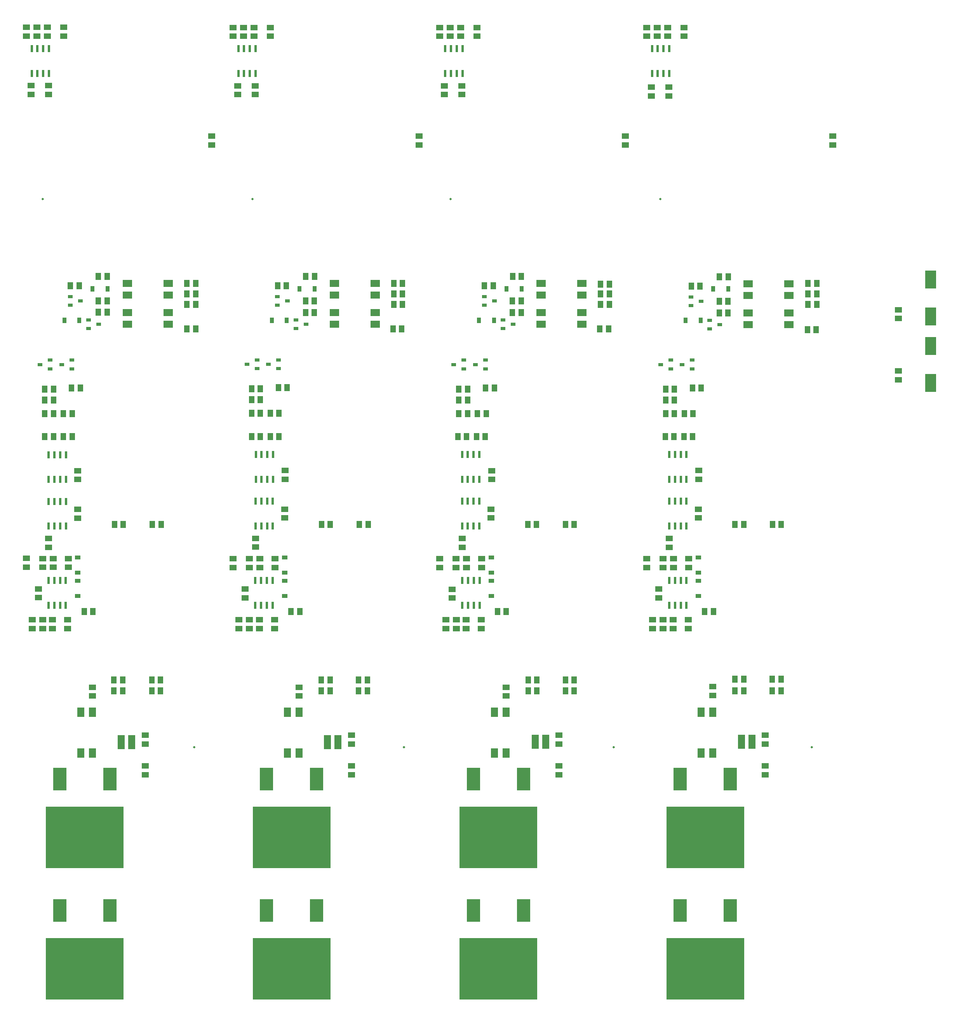
<source format=gtp>
G04 (created by PCBNEW (2013-07-07 BZR 4022)-stable) date 13/11/2015 09:02:40*
%MOIN*%
G04 Gerber Fmt 3.4, Leading zero omitted, Abs format*
%FSLAX34Y34*%
G01*
G70*
G90*
G04 APERTURE LIST*
%ADD10C,0.00590551*%
%ADD11R,0.0598425X0.120079*%
%ADD12R,0.0394X0.0315*%
%ADD13R,0.0590551X0.0787402*%
%ADD14R,0.0787402X0.0590551*%
%ADD15R,0.023622X0.0629921*%
%ADD16R,0.0480315X0.0358268*%
%ADD17R,0.0358268X0.0480315*%
%ADD18R,0.11811X0.19685*%
%ADD19R,0.669291X0.531496*%
%ADD20R,0.059X0.0512*%
%ADD21R,0.0512X0.059*%
%ADD22C,0.019685*%
%ADD23R,0.0945X0.1575*%
G04 APERTURE END LIST*
G54D10*
G54D11*
X63739Y-75569D03*
X64639Y-75569D03*
G54D12*
X115108Y-39775D03*
X114242Y-40150D03*
X114242Y-39400D03*
X95758Y-37750D03*
X94892Y-38125D03*
X94892Y-37375D03*
X97358Y-39750D03*
X96492Y-40125D03*
X96492Y-39375D03*
X113508Y-37775D03*
X112642Y-38150D03*
X112642Y-37400D03*
X60233Y-37750D03*
X59367Y-38125D03*
X59367Y-37375D03*
X61783Y-39750D03*
X60917Y-40125D03*
X60917Y-39375D03*
X78008Y-37750D03*
X77142Y-38125D03*
X77142Y-37375D03*
X79583Y-39750D03*
X78717Y-40125D03*
X78717Y-39375D03*
G54D13*
X96750Y-73000D03*
X95750Y-73000D03*
X95750Y-76500D03*
X96750Y-76500D03*
G54D14*
X103275Y-37250D03*
X103275Y-36250D03*
X99775Y-36250D03*
X99775Y-37250D03*
X64250Y-38750D03*
X64250Y-39750D03*
X67750Y-39750D03*
X67750Y-38750D03*
X117525Y-38775D03*
X117525Y-39775D03*
X121025Y-39775D03*
X121025Y-38775D03*
G54D13*
X61250Y-73000D03*
X60250Y-73000D03*
X60250Y-76500D03*
X61250Y-76500D03*
G54D14*
X67750Y-37250D03*
X67750Y-36250D03*
X64250Y-36250D03*
X64250Y-37250D03*
X85525Y-37250D03*
X85525Y-36250D03*
X82025Y-36250D03*
X82025Y-37250D03*
G54D13*
X114500Y-73000D03*
X113500Y-73000D03*
X113500Y-76500D03*
X114500Y-76500D03*
G54D14*
X99775Y-38750D03*
X99775Y-39750D03*
X103275Y-39750D03*
X103275Y-38750D03*
G54D13*
X79000Y-73000D03*
X78000Y-73000D03*
X78000Y-76500D03*
X79000Y-76500D03*
G54D14*
X82025Y-38750D03*
X82025Y-39750D03*
X85525Y-39750D03*
X85525Y-38750D03*
X121025Y-37275D03*
X121025Y-36275D03*
X117525Y-36275D03*
X117525Y-37275D03*
G54D15*
X58971Y-63836D03*
X58971Y-61710D03*
X58479Y-63836D03*
X57987Y-63836D03*
X57495Y-63836D03*
X58479Y-61710D03*
X57987Y-61710D03*
X57495Y-61710D03*
X112238Y-57037D03*
X112238Y-54912D03*
X111746Y-57037D03*
X111253Y-57037D03*
X110761Y-57037D03*
X111746Y-54912D03*
X111253Y-54912D03*
X110761Y-54912D03*
X76763Y-53037D03*
X76763Y-50912D03*
X76271Y-53037D03*
X75778Y-53037D03*
X75286Y-53037D03*
X76271Y-50912D03*
X75778Y-50912D03*
X75286Y-50912D03*
X76713Y-63837D03*
X76713Y-61712D03*
X76221Y-63837D03*
X75728Y-63837D03*
X75236Y-63837D03*
X76221Y-61712D03*
X75728Y-61712D03*
X75236Y-61712D03*
X75263Y-18237D03*
X75263Y-16112D03*
X74771Y-18237D03*
X74278Y-18237D03*
X73786Y-18237D03*
X74771Y-16112D03*
X74278Y-16112D03*
X73786Y-16112D03*
X94463Y-57037D03*
X94463Y-54912D03*
X93971Y-57037D03*
X93478Y-57037D03*
X92986Y-57037D03*
X93971Y-54912D03*
X93478Y-54912D03*
X92986Y-54912D03*
X93013Y-18237D03*
X93013Y-16112D03*
X92521Y-18237D03*
X92028Y-18237D03*
X91536Y-18237D03*
X92521Y-16112D03*
X92028Y-16112D03*
X91536Y-16112D03*
X58988Y-53062D03*
X58988Y-50937D03*
X58496Y-53062D03*
X58003Y-53062D03*
X57511Y-53062D03*
X58496Y-50937D03*
X58003Y-50937D03*
X57511Y-50937D03*
X94488Y-63837D03*
X94488Y-61712D03*
X93996Y-63837D03*
X93503Y-63837D03*
X93011Y-63837D03*
X93996Y-61712D03*
X93503Y-61712D03*
X93011Y-61712D03*
X94463Y-53037D03*
X94463Y-50912D03*
X93971Y-53037D03*
X93478Y-53037D03*
X92986Y-53037D03*
X93971Y-50912D03*
X93478Y-50912D03*
X92986Y-50912D03*
X58988Y-57062D03*
X58988Y-54937D03*
X58496Y-57062D03*
X58003Y-57062D03*
X57511Y-57062D03*
X58496Y-54937D03*
X58003Y-54937D03*
X57511Y-54937D03*
X110763Y-18237D03*
X110763Y-16112D03*
X110271Y-18237D03*
X109778Y-18237D03*
X109286Y-18237D03*
X110271Y-16112D03*
X109778Y-16112D03*
X109286Y-16112D03*
X112238Y-63837D03*
X112238Y-61712D03*
X111746Y-63837D03*
X111253Y-63837D03*
X110761Y-63837D03*
X111746Y-61712D03*
X111253Y-61712D03*
X110761Y-61712D03*
X112238Y-53037D03*
X112238Y-50912D03*
X111746Y-53037D03*
X111253Y-53037D03*
X110761Y-53037D03*
X111746Y-50912D03*
X111253Y-50912D03*
X110761Y-50912D03*
X76738Y-57037D03*
X76738Y-54912D03*
X76246Y-57037D03*
X75753Y-57037D03*
X75261Y-57037D03*
X76246Y-54912D03*
X75753Y-54912D03*
X75261Y-54912D03*
X57521Y-18236D03*
X57521Y-16110D03*
X57029Y-18236D03*
X56537Y-18236D03*
X56045Y-18236D03*
X57029Y-16110D03*
X56537Y-16110D03*
X56045Y-16110D03*
G54D16*
X113250Y-61040D03*
X113250Y-59745D03*
G54D17*
X77940Y-39400D03*
X76645Y-39400D03*
X95715Y-39400D03*
X94420Y-39400D03*
X96785Y-36700D03*
X98080Y-36700D03*
X60140Y-39400D03*
X58845Y-39400D03*
X61260Y-36700D03*
X62555Y-36700D03*
G54D16*
X95500Y-61040D03*
X95500Y-59745D03*
X95500Y-63040D03*
X95500Y-61745D03*
X60000Y-61040D03*
X60000Y-59745D03*
X113250Y-63040D03*
X113250Y-61745D03*
X60000Y-63040D03*
X60000Y-61745D03*
G54D17*
X114535Y-36725D03*
X115830Y-36725D03*
X113465Y-39425D03*
X112170Y-39425D03*
G54D16*
X77750Y-63040D03*
X77750Y-61745D03*
X77750Y-61040D03*
X77750Y-59745D03*
G54D17*
X79035Y-36700D03*
X80330Y-36700D03*
G54D18*
X62750Y-78750D03*
X58450Y-78750D03*
G54D19*
X60600Y-83750D03*
G54D18*
X80500Y-90000D03*
X76200Y-90000D03*
G54D19*
X78350Y-95000D03*
G54D18*
X80500Y-78750D03*
X76200Y-78750D03*
G54D19*
X78350Y-83750D03*
G54D18*
X98250Y-78750D03*
X93950Y-78750D03*
G54D19*
X96100Y-83750D03*
G54D18*
X98250Y-90000D03*
X93950Y-90000D03*
G54D19*
X96100Y-95000D03*
G54D18*
X116000Y-90000D03*
X111700Y-90000D03*
G54D19*
X113850Y-95000D03*
G54D18*
X116000Y-78750D03*
X111700Y-78750D03*
G54D19*
X113850Y-83750D03*
G54D18*
X62750Y-90000D03*
X58450Y-90000D03*
G54D19*
X60600Y-95000D03*
G54D20*
X110625Y-14300D03*
X110625Y-15050D03*
G54D21*
X119606Y-70197D03*
X120356Y-70197D03*
X116406Y-70197D03*
X117156Y-70197D03*
G54D20*
X56983Y-65848D03*
X56983Y-65098D03*
G54D21*
X112800Y-47400D03*
X112050Y-47400D03*
X111200Y-47400D03*
X110450Y-47400D03*
G54D20*
X59133Y-65848D03*
X59133Y-65098D03*
X56083Y-65848D03*
X56083Y-65098D03*
X57833Y-65848D03*
X57833Y-65098D03*
X118982Y-75746D03*
X118982Y-74996D03*
X112025Y-15050D03*
X112025Y-14300D03*
G54D21*
X70125Y-40150D03*
X69375Y-40150D03*
G54D20*
X109225Y-20175D03*
X109225Y-19425D03*
X109725Y-15050D03*
X109725Y-14300D03*
X110725Y-19425D03*
X110725Y-20175D03*
X108825Y-15050D03*
X108825Y-14300D03*
X124800Y-23625D03*
X124800Y-24375D03*
X112425Y-59850D03*
X112425Y-60600D03*
G54D21*
X61308Y-64373D03*
X60558Y-64373D03*
G54D20*
X60000Y-55625D03*
X60000Y-56375D03*
X95475Y-55600D03*
X95475Y-56350D03*
X93000Y-58125D03*
X93000Y-58875D03*
X61250Y-71625D03*
X61250Y-70875D03*
G54D21*
X70125Y-38050D03*
X69375Y-38050D03*
X62525Y-35650D03*
X61775Y-35650D03*
G54D20*
X56633Y-63198D03*
X56633Y-62448D03*
X55600Y-59825D03*
X55600Y-60575D03*
G54D21*
X119625Y-56900D03*
X120375Y-56900D03*
X70125Y-37150D03*
X69375Y-37150D03*
X70125Y-36250D03*
X69375Y-36250D03*
X62525Y-38700D03*
X61775Y-38700D03*
X99375Y-56900D03*
X98625Y-56900D03*
X61775Y-37750D03*
X62525Y-37750D03*
X59375Y-36450D03*
X60125Y-36450D03*
G54D20*
X111125Y-60600D03*
X111125Y-59850D03*
X119000Y-77625D03*
X119000Y-78375D03*
X65789Y-75744D03*
X65789Y-74994D03*
X109875Y-63200D03*
X109875Y-62450D03*
G54D21*
X115825Y-35675D03*
X115075Y-35675D03*
X123425Y-38050D03*
X122675Y-38050D03*
G54D20*
X55983Y-20048D03*
X55983Y-19298D03*
X114500Y-71575D03*
X114500Y-70825D03*
X57383Y-14298D03*
X57383Y-15048D03*
X58783Y-15048D03*
X58783Y-14298D03*
X113250Y-55600D03*
X113250Y-56350D03*
X110775Y-58125D03*
X110775Y-58875D03*
X108825Y-59850D03*
X108825Y-60600D03*
G54D21*
X57925Y-47400D03*
X57175Y-47400D03*
X59525Y-47400D03*
X58775Y-47400D03*
X63106Y-70247D03*
X63856Y-70247D03*
X66356Y-70247D03*
X67106Y-70247D03*
X66408Y-56923D03*
X67158Y-56923D03*
G54D20*
X65800Y-77625D03*
X65800Y-78375D03*
X130442Y-43756D03*
X130442Y-44506D03*
X130442Y-38506D03*
X130442Y-39256D03*
G54D21*
X117150Y-56900D03*
X116400Y-56900D03*
G54D20*
X55583Y-15048D03*
X55583Y-14298D03*
X110225Y-60600D03*
X110225Y-59850D03*
X111082Y-65847D03*
X111082Y-65097D03*
X109332Y-65847D03*
X109332Y-65097D03*
X112382Y-65847D03*
X112382Y-65097D03*
X110232Y-65847D03*
X110232Y-65097D03*
X56983Y-60598D03*
X56983Y-59848D03*
X57883Y-60598D03*
X57883Y-59848D03*
X59183Y-59848D03*
X59183Y-60598D03*
X71500Y-23625D03*
X71500Y-24375D03*
G54D21*
X87875Y-37150D03*
X87125Y-37150D03*
X123375Y-40200D03*
X122625Y-40200D03*
X112650Y-36475D03*
X113400Y-36475D03*
X115050Y-37775D03*
X115800Y-37775D03*
X115800Y-38775D03*
X115050Y-38775D03*
X123425Y-36250D03*
X122675Y-36250D03*
G54D20*
X57483Y-19298D03*
X57483Y-20048D03*
X56483Y-15048D03*
X56483Y-14298D03*
G54D21*
X123425Y-37150D03*
X122675Y-37150D03*
X114550Y-64375D03*
X113800Y-64375D03*
G54D20*
X76525Y-15050D03*
X76525Y-14300D03*
X73325Y-15050D03*
X73325Y-14300D03*
X75225Y-19300D03*
X75225Y-20050D03*
X74225Y-15050D03*
X74225Y-14300D03*
G54D21*
X95050Y-47400D03*
X94300Y-47400D03*
G54D20*
X79000Y-71625D03*
X79000Y-70875D03*
G54D21*
X93450Y-47400D03*
X92700Y-47400D03*
G54D20*
X73725Y-20050D03*
X73725Y-19300D03*
X75125Y-14300D03*
X75125Y-15050D03*
G54D21*
X98656Y-70247D03*
X99406Y-70247D03*
G54D20*
X57500Y-58125D03*
X57500Y-58875D03*
G54D21*
X87875Y-36250D03*
X87125Y-36250D03*
G54D20*
X101282Y-75746D03*
X101282Y-74996D03*
X94275Y-15050D03*
X94275Y-14300D03*
X92875Y-14300D03*
X92875Y-15050D03*
X91475Y-20050D03*
X91475Y-19300D03*
G54D21*
X87875Y-38050D03*
X87125Y-38050D03*
G54D20*
X91975Y-15050D03*
X91975Y-14300D03*
G54D21*
X81675Y-56900D03*
X80925Y-56900D03*
X87800Y-40150D03*
X87050Y-40150D03*
G54D20*
X74732Y-65847D03*
X74732Y-65097D03*
X76882Y-65847D03*
X76882Y-65097D03*
X73832Y-65847D03*
X73832Y-65097D03*
X75582Y-65847D03*
X75582Y-65097D03*
G54D21*
X77150Y-36450D03*
X77900Y-36450D03*
G54D20*
X75275Y-58100D03*
X75275Y-58850D03*
X74725Y-60600D03*
X74725Y-59850D03*
X92975Y-19300D03*
X92975Y-20050D03*
X75625Y-60600D03*
X75625Y-59850D03*
X76925Y-59850D03*
X76925Y-60600D03*
X77775Y-55600D03*
X77775Y-56350D03*
X101300Y-77625D03*
X101300Y-78375D03*
G54D21*
X101850Y-56900D03*
X102600Y-56900D03*
X101856Y-70247D03*
X102606Y-70247D03*
X79550Y-37750D03*
X80300Y-37750D03*
X80300Y-38750D03*
X79550Y-38750D03*
X63908Y-56923D03*
X63158Y-56923D03*
X84175Y-56900D03*
X84925Y-56900D03*
G54D20*
X83500Y-77625D03*
X83500Y-78375D03*
G54D21*
X79050Y-64375D03*
X78300Y-64375D03*
X105550Y-40150D03*
X104800Y-40150D03*
X94900Y-36450D03*
X95650Y-36450D03*
X97300Y-37750D03*
X98050Y-37750D03*
X98050Y-38750D03*
X97300Y-38750D03*
X105625Y-36300D03*
X104875Y-36300D03*
X84106Y-70247D03*
X84856Y-70247D03*
X105625Y-37150D03*
X104875Y-37150D03*
X96775Y-64375D03*
X96025Y-64375D03*
G54D20*
X91075Y-59850D03*
X91075Y-60600D03*
X92125Y-63225D03*
X92125Y-62475D03*
G54D21*
X98075Y-35650D03*
X97325Y-35650D03*
X105625Y-38050D03*
X104875Y-38050D03*
G54D20*
X96750Y-71625D03*
X96750Y-70875D03*
X91582Y-65847D03*
X91582Y-65097D03*
X91075Y-15050D03*
X91075Y-14300D03*
X83489Y-75744D03*
X83489Y-74994D03*
X107000Y-23625D03*
X107000Y-24375D03*
X94675Y-59850D03*
X94675Y-60600D03*
X93375Y-60600D03*
X93375Y-59850D03*
X92475Y-60600D03*
X92475Y-59850D03*
G54D21*
X80325Y-35650D03*
X79575Y-35650D03*
G54D20*
X74375Y-63200D03*
X74375Y-62450D03*
X93332Y-65847D03*
X93332Y-65097D03*
G54D21*
X80906Y-70247D03*
X81656Y-70247D03*
G54D20*
X94632Y-65847D03*
X94632Y-65097D03*
X73325Y-59850D03*
X73325Y-60600D03*
X92482Y-65847D03*
X92482Y-65097D03*
G54D21*
X75675Y-47375D03*
X74925Y-47375D03*
X77275Y-47375D03*
X76525Y-47375D03*
G54D20*
X89300Y-23625D03*
X89300Y-24375D03*
G54D12*
X56767Y-43200D03*
X57633Y-42825D03*
X57633Y-43575D03*
X111867Y-43200D03*
X112733Y-42825D03*
X112733Y-43575D03*
X110017Y-43200D03*
X110883Y-42825D03*
X110883Y-43575D03*
X94117Y-43200D03*
X94983Y-42825D03*
X94983Y-43575D03*
X92267Y-43200D03*
X93133Y-42825D03*
X93133Y-43575D03*
X76367Y-43175D03*
X77233Y-42800D03*
X77233Y-43550D03*
X74517Y-43175D03*
X75383Y-42800D03*
X75383Y-43550D03*
X58617Y-43200D03*
X59483Y-42825D03*
X59483Y-43575D03*
G54D21*
X75675Y-46225D03*
X74925Y-46225D03*
X74925Y-45275D03*
X75675Y-45275D03*
X77975Y-45175D03*
X77225Y-45175D03*
X57175Y-46250D03*
X57925Y-46250D03*
X57175Y-45300D03*
X57925Y-45300D03*
X95750Y-45200D03*
X95000Y-45200D03*
X93450Y-46250D03*
X92700Y-46250D03*
X93450Y-45300D03*
X92700Y-45300D03*
X60225Y-45200D03*
X59475Y-45200D03*
X113500Y-45200D03*
X112750Y-45200D03*
X111200Y-46250D03*
X110450Y-46250D03*
X111200Y-45300D03*
X110450Y-45300D03*
G54D22*
X57000Y-29000D03*
X75000Y-29000D03*
X92000Y-29000D03*
X110000Y-29000D03*
X70000Y-76000D03*
X88000Y-76000D03*
X106000Y-76000D03*
X123000Y-76000D03*
G54D11*
X81439Y-75569D03*
X82339Y-75569D03*
X99251Y-75550D03*
X100151Y-75550D03*
X116951Y-75550D03*
X117851Y-75550D03*
G54D23*
X133200Y-35925D03*
X133200Y-39075D03*
X133200Y-41625D03*
X133200Y-44775D03*
G54D21*
X63106Y-71197D03*
X63856Y-71197D03*
X66356Y-71197D03*
X67106Y-71197D03*
G54D20*
X59990Y-53060D03*
X59990Y-52310D03*
G54D21*
X80906Y-71197D03*
X81656Y-71197D03*
X84106Y-71197D03*
X84856Y-71197D03*
G54D20*
X77790Y-53035D03*
X77790Y-52285D03*
G54D21*
X99406Y-71197D03*
X98656Y-71197D03*
X102606Y-71197D03*
X101856Y-71197D03*
G54D20*
X95540Y-53060D03*
X95540Y-52310D03*
G54D21*
X116406Y-71197D03*
X117156Y-71197D03*
X119606Y-71197D03*
X120356Y-71197D03*
G54D20*
X113290Y-53035D03*
X113290Y-52285D03*
G54D21*
X58776Y-49398D03*
X59526Y-49398D03*
X57176Y-49398D03*
X57926Y-49398D03*
X75676Y-49398D03*
X74926Y-49398D03*
X77276Y-49398D03*
X76526Y-49398D03*
X93376Y-49398D03*
X92626Y-49398D03*
X94976Y-49398D03*
X94226Y-49398D03*
X111176Y-49398D03*
X110426Y-49398D03*
X112776Y-49398D03*
X112026Y-49398D03*
M02*

</source>
